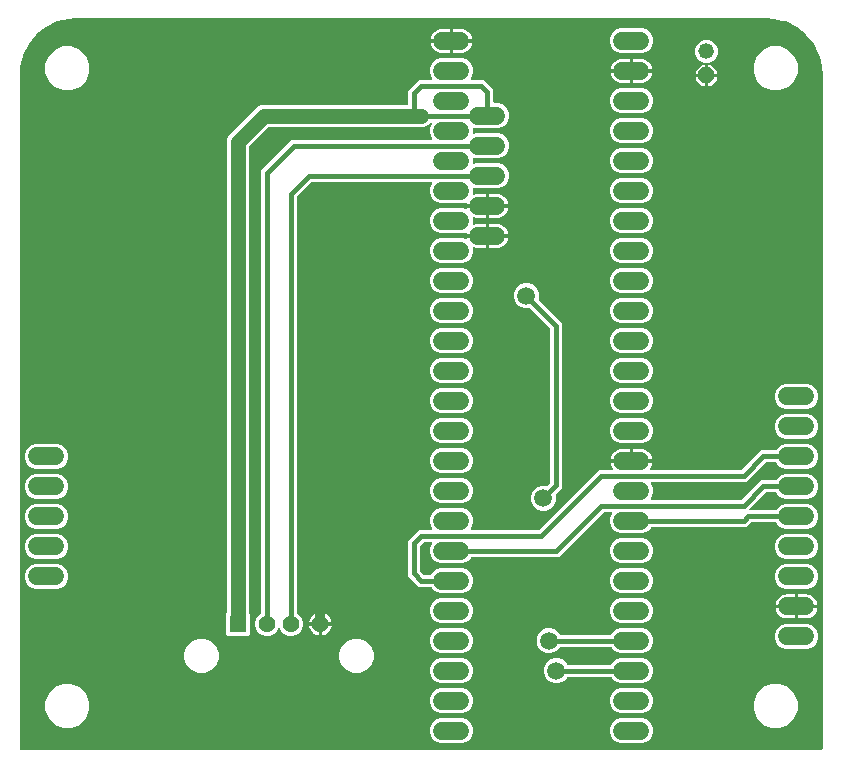
<source format=gbr>
G04 EAGLE Gerber RS-274X export*
G75*
%MOMM*%
%FSLAX34Y34*%
%LPD*%
%INBottom Copper*%
%IPPOS*%
%AMOC8*
5,1,8,0,0,1.08239X$1,22.5*%
G01*
%ADD10P,1.429621X8X292.500000*%
%ADD11C,1.320800*%
%ADD12C,1.524000*%
%ADD13R,1.428000X1.428000*%
%ADD14C,1.428000*%
%ADD15C,1.500000*%
%ADD16C,0.812800*%
%ADD17C,0.406400*%
%ADD18C,1.270000*%

G36*
X681810Y3052D02*
X681810Y3052D01*
X681829Y3050D01*
X681931Y3072D01*
X682033Y3088D01*
X682050Y3098D01*
X682070Y3102D01*
X682159Y3155D01*
X682250Y3204D01*
X682264Y3218D01*
X682281Y3228D01*
X682348Y3307D01*
X682420Y3382D01*
X682428Y3400D01*
X682441Y3415D01*
X682480Y3511D01*
X682523Y3605D01*
X682525Y3625D01*
X682533Y3643D01*
X682551Y3810D01*
X682551Y575350D01*
X682549Y575366D01*
X682550Y575393D01*
X682260Y580564D01*
X682253Y580596D01*
X682242Y580691D01*
X679940Y590775D01*
X679940Y590776D01*
X679940Y590778D01*
X679884Y590936D01*
X675396Y600255D01*
X675395Y600256D01*
X675395Y600257D01*
X675305Y600399D01*
X668856Y608486D01*
X668855Y608487D01*
X668855Y608488D01*
X668736Y608606D01*
X660649Y615055D01*
X660648Y615056D01*
X660647Y615057D01*
X660505Y615146D01*
X651186Y619634D01*
X651184Y619634D01*
X651183Y619635D01*
X651025Y619690D01*
X647898Y620404D01*
X647897Y620404D01*
X644562Y621165D01*
X641227Y621926D01*
X640941Y621992D01*
X640909Y621994D01*
X640814Y622010D01*
X635643Y622300D01*
X635626Y622298D01*
X635600Y622301D01*
X50000Y622301D01*
X49984Y622299D01*
X49957Y622300D01*
X44786Y622010D01*
X44754Y622003D01*
X44659Y621992D01*
X34575Y619690D01*
X34574Y619690D01*
X34572Y619690D01*
X34414Y619634D01*
X25095Y615146D01*
X25094Y615145D01*
X25093Y615145D01*
X24951Y615055D01*
X16864Y608606D01*
X16863Y608605D01*
X16862Y608605D01*
X16744Y608486D01*
X10295Y600399D01*
X10294Y600398D01*
X10293Y600397D01*
X10204Y600255D01*
X5716Y590936D01*
X5716Y590934D01*
X5715Y590933D01*
X5660Y590775D01*
X3358Y580691D01*
X3356Y580659D01*
X3340Y580564D01*
X3050Y575393D01*
X3052Y575376D01*
X3049Y575350D01*
X3049Y3810D01*
X3052Y3790D01*
X3050Y3771D01*
X3072Y3669D01*
X3088Y3567D01*
X3098Y3550D01*
X3102Y3530D01*
X3155Y3441D01*
X3204Y3350D01*
X3218Y3336D01*
X3228Y3319D01*
X3307Y3252D01*
X3382Y3180D01*
X3400Y3172D01*
X3415Y3159D01*
X3511Y3120D01*
X3605Y3077D01*
X3625Y3075D01*
X3643Y3067D01*
X3810Y3049D01*
X681790Y3049D01*
X681810Y3052D01*
G37*
%LPC*%
G36*
X178847Y99361D02*
X178847Y99361D01*
X177061Y101147D01*
X177061Y117953D01*
X177628Y118520D01*
X177681Y118594D01*
X177741Y118663D01*
X177753Y118693D01*
X177772Y118720D01*
X177799Y118806D01*
X177833Y118891D01*
X177837Y118932D01*
X177844Y118955D01*
X177843Y118987D01*
X177851Y119058D01*
X177851Y519320D01*
X179282Y522774D01*
X204226Y547718D01*
X207680Y549149D01*
X330708Y549149D01*
X330728Y549152D01*
X330747Y549150D01*
X330849Y549172D01*
X330951Y549188D01*
X330968Y549198D01*
X330988Y549202D01*
X331077Y549255D01*
X331168Y549304D01*
X331182Y549318D01*
X331199Y549328D01*
X331266Y549407D01*
X331338Y549482D01*
X331346Y549500D01*
X331359Y549515D01*
X331398Y549611D01*
X331441Y549705D01*
X331443Y549725D01*
X331451Y549743D01*
X331469Y549910D01*
X331469Y560905D01*
X340795Y570231D01*
X351374Y570231D01*
X351444Y570242D01*
X351516Y570244D01*
X351565Y570262D01*
X351616Y570270D01*
X351680Y570304D01*
X351747Y570329D01*
X351788Y570361D01*
X351834Y570386D01*
X351883Y570437D01*
X351939Y570482D01*
X351967Y570526D01*
X352003Y570564D01*
X352033Y570629D01*
X352072Y570689D01*
X352085Y570740D01*
X352107Y570787D01*
X352115Y570858D01*
X352132Y570928D01*
X352128Y570980D01*
X352134Y571031D01*
X352119Y571102D01*
X352113Y571173D01*
X352093Y571221D01*
X352082Y571272D01*
X352045Y571333D01*
X352017Y571399D01*
X351972Y571455D01*
X351955Y571483D01*
X351938Y571498D01*
X351912Y571530D01*
X351635Y571807D01*
X350011Y575728D01*
X350011Y579972D01*
X351635Y583893D01*
X354637Y586895D01*
X358558Y588519D01*
X378042Y588519D01*
X381963Y586895D01*
X384965Y583893D01*
X386589Y579972D01*
X386589Y575728D01*
X384965Y571807D01*
X384688Y571530D01*
X384646Y571472D01*
X384597Y571420D01*
X384575Y571373D01*
X384545Y571331D01*
X384524Y571262D01*
X384493Y571197D01*
X384488Y571145D01*
X384472Y571095D01*
X384474Y571024D01*
X384466Y570953D01*
X384477Y570902D01*
X384479Y570850D01*
X384503Y570782D01*
X384518Y570712D01*
X384545Y570667D01*
X384563Y570619D01*
X384608Y570563D01*
X384645Y570501D01*
X384684Y570467D01*
X384717Y570427D01*
X384777Y570388D01*
X384832Y570341D01*
X384880Y570322D01*
X384924Y570294D01*
X384993Y570276D01*
X385060Y570249D01*
X385131Y570241D01*
X385162Y570233D01*
X385185Y570235D01*
X385226Y570231D01*
X395805Y570231D01*
X403881Y562155D01*
X403881Y551180D01*
X403884Y551160D01*
X403882Y551141D01*
X403904Y551039D01*
X403920Y550937D01*
X403930Y550920D01*
X403934Y550900D01*
X403987Y550811D01*
X404036Y550720D01*
X404050Y550706D01*
X404060Y550689D01*
X404139Y550622D01*
X404214Y550550D01*
X404232Y550542D01*
X404247Y550529D01*
X404343Y550490D01*
X404437Y550447D01*
X404457Y550445D01*
X404475Y550437D01*
X404642Y550419D01*
X408542Y550419D01*
X412463Y548795D01*
X415465Y545793D01*
X417089Y541872D01*
X417089Y537628D01*
X415465Y533707D01*
X412463Y530705D01*
X408542Y529081D01*
X389058Y529081D01*
X387641Y529668D01*
X387597Y529679D01*
X387555Y529698D01*
X387478Y529706D01*
X387402Y529724D01*
X387356Y529720D01*
X387311Y529725D01*
X387234Y529708D01*
X387157Y529701D01*
X387115Y529682D01*
X387070Y529673D01*
X387003Y529633D01*
X386932Y529601D01*
X386898Y529570D01*
X386859Y529547D01*
X386808Y529487D01*
X386751Y529435D01*
X386729Y529394D01*
X386699Y529360D01*
X386670Y529287D01*
X386633Y529219D01*
X386624Y529174D01*
X386607Y529131D01*
X386592Y528996D01*
X386589Y528977D01*
X386590Y528972D01*
X386589Y528965D01*
X386589Y525135D01*
X386596Y525090D01*
X386594Y525044D01*
X386616Y524969D01*
X386628Y524893D01*
X386650Y524852D01*
X386663Y524808D01*
X386707Y524744D01*
X386744Y524675D01*
X386777Y524644D01*
X386803Y524606D01*
X386865Y524559D01*
X386922Y524506D01*
X386964Y524486D01*
X387000Y524459D01*
X387074Y524435D01*
X387145Y524402D01*
X387191Y524397D01*
X387234Y524383D01*
X387312Y524384D01*
X387389Y524375D01*
X387434Y524385D01*
X387480Y524385D01*
X387612Y524423D01*
X387630Y524427D01*
X387634Y524430D01*
X387641Y524432D01*
X389058Y525019D01*
X408542Y525019D01*
X412463Y523395D01*
X415465Y520393D01*
X417089Y516472D01*
X417089Y512228D01*
X415465Y508307D01*
X412463Y505305D01*
X408542Y503681D01*
X389058Y503681D01*
X387641Y504268D01*
X387597Y504279D01*
X387555Y504298D01*
X387478Y504306D01*
X387402Y504324D01*
X387356Y504320D01*
X387311Y504325D01*
X387234Y504308D01*
X387157Y504301D01*
X387115Y504282D01*
X387070Y504273D01*
X387003Y504233D01*
X386932Y504201D01*
X386898Y504170D01*
X386859Y504147D01*
X386808Y504087D01*
X386751Y504035D01*
X386729Y503994D01*
X386699Y503960D01*
X386670Y503887D01*
X386633Y503819D01*
X386624Y503774D01*
X386607Y503731D01*
X386592Y503596D01*
X386589Y503577D01*
X386590Y503572D01*
X386589Y503565D01*
X386589Y499735D01*
X386596Y499690D01*
X386594Y499644D01*
X386616Y499569D01*
X386628Y499493D01*
X386650Y499452D01*
X386663Y499408D01*
X386707Y499344D01*
X386744Y499275D01*
X386777Y499244D01*
X386803Y499206D01*
X386865Y499159D01*
X386922Y499106D01*
X386964Y499086D01*
X387000Y499059D01*
X387074Y499035D01*
X387145Y499002D01*
X387191Y498997D01*
X387234Y498983D01*
X387312Y498984D01*
X387389Y498975D01*
X387434Y498985D01*
X387480Y498985D01*
X387612Y499023D01*
X387630Y499027D01*
X387634Y499030D01*
X387641Y499032D01*
X389058Y499619D01*
X408542Y499619D01*
X412463Y497995D01*
X415465Y494993D01*
X417089Y491072D01*
X417089Y486828D01*
X415465Y482907D01*
X412463Y479905D01*
X408542Y478281D01*
X389058Y478281D01*
X387641Y478868D01*
X387597Y478879D01*
X387555Y478898D01*
X387478Y478906D01*
X387402Y478924D01*
X387356Y478920D01*
X387311Y478925D01*
X387234Y478908D01*
X387157Y478901D01*
X387115Y478882D01*
X387070Y478873D01*
X387003Y478833D01*
X386932Y478801D01*
X386898Y478770D01*
X386859Y478747D01*
X386808Y478687D01*
X386751Y478635D01*
X386729Y478594D01*
X386699Y478560D01*
X386670Y478487D01*
X386633Y478419D01*
X386624Y478374D01*
X386607Y478331D01*
X386592Y478196D01*
X386589Y478177D01*
X386590Y478172D01*
X386589Y478165D01*
X386589Y474128D01*
X386557Y474052D01*
X386548Y474011D01*
X386530Y473973D01*
X386520Y473892D01*
X386501Y473812D01*
X386505Y473771D01*
X386500Y473729D01*
X386517Y473649D01*
X386524Y473568D01*
X386541Y473529D01*
X386550Y473488D01*
X386591Y473418D01*
X386624Y473343D01*
X386653Y473312D01*
X386674Y473276D01*
X386735Y473222D01*
X386791Y473162D01*
X386827Y473141D01*
X386859Y473114D01*
X386935Y473082D01*
X387006Y473043D01*
X387047Y473036D01*
X387086Y473020D01*
X387168Y473014D01*
X387248Y472999D01*
X387290Y473005D01*
X387332Y473003D01*
X387483Y473034D01*
X387491Y473035D01*
X387493Y473036D01*
X387496Y473037D01*
X388801Y473461D01*
X390380Y473711D01*
X397277Y473711D01*
X397277Y465073D01*
X381134Y465073D01*
X381224Y465645D01*
X381224Y465750D01*
X381228Y465855D01*
X381223Y465873D01*
X381223Y465891D01*
X381189Y465990D01*
X381160Y466091D01*
X381149Y466106D01*
X381144Y466124D01*
X381079Y466207D01*
X381020Y466293D01*
X381005Y466304D01*
X380994Y466319D01*
X380906Y466378D01*
X380822Y466440D01*
X380805Y466446D01*
X380790Y466456D01*
X380688Y466484D01*
X380588Y466516D01*
X380570Y466516D01*
X380552Y466521D01*
X380448Y466515D01*
X380342Y466514D01*
X380321Y466508D01*
X380307Y466507D01*
X380278Y466495D01*
X380181Y466467D01*
X378042Y465581D01*
X358558Y465581D01*
X354637Y467205D01*
X351635Y470207D01*
X350011Y474128D01*
X350011Y478372D01*
X351635Y482293D01*
X351912Y482570D01*
X351954Y482628D01*
X352003Y482680D01*
X352025Y482727D01*
X352055Y482769D01*
X352076Y482838D01*
X352107Y482903D01*
X352112Y482955D01*
X352128Y483005D01*
X352126Y483076D01*
X352134Y483147D01*
X352123Y483198D01*
X352121Y483250D01*
X352097Y483318D01*
X352082Y483388D01*
X352055Y483433D01*
X352037Y483481D01*
X351992Y483537D01*
X351955Y483599D01*
X351916Y483633D01*
X351883Y483673D01*
X351823Y483712D01*
X351768Y483759D01*
X351720Y483778D01*
X351676Y483806D01*
X351607Y483824D01*
X351540Y483851D01*
X351469Y483859D01*
X351438Y483867D01*
X351415Y483865D01*
X351374Y483869D01*
X250070Y483869D01*
X249980Y483855D01*
X249889Y483847D01*
X249859Y483835D01*
X249827Y483830D01*
X249746Y483787D01*
X249663Y483751D01*
X249630Y483725D01*
X249610Y483714D01*
X249588Y483691D01*
X249532Y483646D01*
X237554Y471668D01*
X237501Y471595D01*
X237441Y471525D01*
X237429Y471495D01*
X237410Y471469D01*
X237383Y471382D01*
X237349Y471297D01*
X237345Y471256D01*
X237338Y471234D01*
X237339Y471201D01*
X237331Y471130D01*
X237331Y118982D01*
X237350Y118867D01*
X237367Y118751D01*
X237369Y118746D01*
X237370Y118740D01*
X237425Y118637D01*
X237478Y118532D01*
X237483Y118528D01*
X237486Y118522D01*
X237570Y118442D01*
X237654Y118360D01*
X237660Y118356D01*
X237664Y118353D01*
X237681Y118345D01*
X237801Y118279D01*
X238021Y118188D01*
X240888Y115321D01*
X242439Y111577D01*
X242439Y107523D01*
X240888Y103779D01*
X238021Y100912D01*
X234277Y99361D01*
X230223Y99361D01*
X226479Y100912D01*
X223612Y103779D01*
X222953Y105370D01*
X222915Y105431D01*
X222886Y105496D01*
X222851Y105535D01*
X222824Y105579D01*
X222768Y105625D01*
X222720Y105677D01*
X222674Y105702D01*
X222634Y105736D01*
X222567Y105761D01*
X222504Y105796D01*
X222453Y105805D01*
X222405Y105824D01*
X222333Y105827D01*
X222262Y105840D01*
X222211Y105832D01*
X222159Y105834D01*
X222090Y105814D01*
X222019Y105804D01*
X221973Y105780D01*
X221923Y105766D01*
X221864Y105725D01*
X221800Y105692D01*
X221763Y105655D01*
X221721Y105625D01*
X221678Y105568D01*
X221628Y105517D01*
X221593Y105454D01*
X221574Y105428D01*
X221567Y105406D01*
X221547Y105370D01*
X220888Y103779D01*
X218021Y100912D01*
X214277Y99361D01*
X210223Y99361D01*
X206479Y100912D01*
X203612Y103779D01*
X202061Y107523D01*
X202061Y111577D01*
X203612Y115321D01*
X206479Y118188D01*
X206699Y118279D01*
X206798Y118340D01*
X206899Y118401D01*
X206903Y118405D01*
X206908Y118409D01*
X206983Y118499D01*
X207059Y118587D01*
X207061Y118593D01*
X207065Y118598D01*
X207107Y118706D01*
X207151Y118816D01*
X207152Y118823D01*
X207153Y118828D01*
X207154Y118846D01*
X207169Y118982D01*
X207169Y493755D01*
X232845Y519431D01*
X351374Y519431D01*
X351444Y519442D01*
X351516Y519444D01*
X351565Y519462D01*
X351616Y519470D01*
X351680Y519504D01*
X351747Y519529D01*
X351788Y519561D01*
X351834Y519586D01*
X351883Y519637D01*
X351939Y519682D01*
X351967Y519726D01*
X352003Y519764D01*
X352033Y519829D01*
X352072Y519889D01*
X352085Y519940D01*
X352107Y519987D01*
X352115Y520058D01*
X352132Y520128D01*
X352128Y520180D01*
X352134Y520231D01*
X352119Y520302D01*
X352113Y520373D01*
X352093Y520421D01*
X352082Y520472D01*
X352045Y520533D01*
X352017Y520599D01*
X351972Y520655D01*
X351955Y520683D01*
X351938Y520698D01*
X351912Y520730D01*
X351635Y521007D01*
X350011Y524928D01*
X350011Y529172D01*
X351656Y533143D01*
X351678Y533238D01*
X351707Y533331D01*
X351706Y533357D01*
X351712Y533383D01*
X351703Y533479D01*
X351701Y533577D01*
X351692Y533601D01*
X351689Y533627D01*
X351650Y533716D01*
X351616Y533808D01*
X351600Y533828D01*
X351589Y533852D01*
X351523Y533924D01*
X351462Y534000D01*
X351440Y534014D01*
X351423Y534033D01*
X351337Y534080D01*
X351256Y534133D01*
X351230Y534139D01*
X351207Y534152D01*
X351111Y534169D01*
X351017Y534193D01*
X350991Y534191D01*
X350965Y534196D01*
X350869Y534181D01*
X350772Y534174D01*
X350748Y534164D01*
X350722Y534160D01*
X350635Y534116D01*
X350545Y534077D01*
X350520Y534057D01*
X350503Y534048D01*
X350479Y534025D01*
X350414Y533973D01*
X348224Y531782D01*
X344770Y530351D01*
X213758Y530351D01*
X213668Y530337D01*
X213577Y530329D01*
X213548Y530317D01*
X213516Y530312D01*
X213435Y530269D01*
X213351Y530233D01*
X213319Y530207D01*
X213298Y530196D01*
X213276Y530173D01*
X213220Y530128D01*
X196872Y513780D01*
X196819Y513706D01*
X196759Y513636D01*
X196747Y513606D01*
X196728Y513580D01*
X196701Y513493D01*
X196667Y513408D01*
X196663Y513367D01*
X196656Y513345D01*
X196657Y513313D01*
X196649Y513242D01*
X196649Y119058D01*
X196663Y118968D01*
X196671Y118877D01*
X196683Y118847D01*
X196688Y118815D01*
X196731Y118735D01*
X196767Y118651D01*
X196793Y118619D01*
X196804Y118598D01*
X196827Y118576D01*
X196872Y118520D01*
X197439Y117953D01*
X197439Y101147D01*
X195653Y99361D01*
X178847Y99361D01*
G37*
%LPD*%
%LPC*%
G36*
X358558Y135381D02*
X358558Y135381D01*
X354637Y137005D01*
X351635Y140007D01*
X351431Y140499D01*
X351370Y140598D01*
X351310Y140699D01*
X351305Y140703D01*
X351302Y140708D01*
X351212Y140782D01*
X351123Y140859D01*
X351117Y140861D01*
X351112Y140865D01*
X351005Y140907D01*
X350895Y140951D01*
X350887Y140952D01*
X350883Y140953D01*
X350864Y140954D01*
X350728Y140969D01*
X340795Y140969D01*
X337596Y144168D01*
X334668Y147096D01*
X331469Y150295D01*
X331469Y179905D01*
X337596Y186032D01*
X340795Y189231D01*
X351374Y189231D01*
X351444Y189242D01*
X351516Y189244D01*
X351565Y189262D01*
X351616Y189270D01*
X351680Y189304D01*
X351747Y189329D01*
X351788Y189361D01*
X351834Y189386D01*
X351883Y189437D01*
X351939Y189482D01*
X351967Y189526D01*
X352003Y189564D01*
X352033Y189629D01*
X352072Y189689D01*
X352085Y189740D01*
X352107Y189787D01*
X352115Y189858D01*
X352132Y189928D01*
X352128Y189980D01*
X352134Y190031D01*
X352119Y190102D01*
X352113Y190173D01*
X352093Y190221D01*
X352082Y190272D01*
X352045Y190333D01*
X352017Y190399D01*
X351972Y190455D01*
X351955Y190483D01*
X351938Y190498D01*
X351912Y190530D01*
X351635Y190807D01*
X350011Y194728D01*
X350011Y198972D01*
X351635Y202893D01*
X354637Y205895D01*
X358558Y207519D01*
X378042Y207519D01*
X381963Y205895D01*
X384965Y202893D01*
X386589Y198972D01*
X386589Y194728D01*
X384965Y190807D01*
X384688Y190530D01*
X384646Y190472D01*
X384597Y190420D01*
X384575Y190373D01*
X384545Y190331D01*
X384524Y190262D01*
X384493Y190197D01*
X384488Y190145D01*
X384472Y190095D01*
X384474Y190024D01*
X384466Y189953D01*
X384477Y189902D01*
X384479Y189850D01*
X384503Y189782D01*
X384518Y189712D01*
X384545Y189667D01*
X384563Y189619D01*
X384608Y189563D01*
X384645Y189501D01*
X384684Y189467D01*
X384717Y189427D01*
X384777Y189388D01*
X384832Y189341D01*
X384880Y189322D01*
X384924Y189294D01*
X384993Y189276D01*
X385060Y189249D01*
X385131Y189241D01*
X385162Y189233D01*
X385185Y189235D01*
X385226Y189231D01*
X442080Y189231D01*
X442170Y189245D01*
X442261Y189253D01*
X442291Y189265D01*
X442323Y189270D01*
X442404Y189313D01*
X442488Y189349D01*
X442520Y189375D01*
X442540Y189386D01*
X442563Y189409D01*
X442618Y189454D01*
X489996Y236832D01*
X493195Y240031D01*
X504562Y240031D01*
X504574Y240033D01*
X504586Y240031D01*
X504695Y240052D01*
X504805Y240070D01*
X504816Y240076D01*
X504827Y240078D01*
X504924Y240134D01*
X505022Y240186D01*
X505031Y240194D01*
X505041Y240200D01*
X505115Y240283D01*
X505192Y240364D01*
X505197Y240375D01*
X505205Y240384D01*
X505249Y240486D01*
X505295Y240587D01*
X505297Y240599D01*
X505302Y240610D01*
X505310Y240721D01*
X505323Y240831D01*
X505320Y240843D01*
X505321Y240855D01*
X505294Y240963D01*
X505270Y241072D01*
X505264Y241082D01*
X505261Y241094D01*
X505178Y241239D01*
X504390Y242325D01*
X503664Y243750D01*
X503169Y245271D01*
X503034Y246127D01*
X519938Y246127D01*
X519958Y246130D01*
X519977Y246128D01*
X520079Y246150D01*
X520181Y246167D01*
X520198Y246176D01*
X520218Y246180D01*
X520307Y246233D01*
X520398Y246282D01*
X520412Y246296D01*
X520429Y246306D01*
X520496Y246385D01*
X520567Y246460D01*
X520576Y246478D01*
X520589Y246493D01*
X520627Y246589D01*
X520671Y246683D01*
X520673Y246703D01*
X520681Y246721D01*
X520699Y246888D01*
X520699Y247651D01*
X520701Y247651D01*
X520701Y246888D01*
X520704Y246868D01*
X520702Y246849D01*
X520724Y246747D01*
X520741Y246645D01*
X520750Y246628D01*
X520754Y246608D01*
X520807Y246519D01*
X520856Y246428D01*
X520870Y246414D01*
X520880Y246397D01*
X520959Y246330D01*
X521034Y246259D01*
X521052Y246250D01*
X521067Y246237D01*
X521163Y246198D01*
X521257Y246155D01*
X521277Y246153D01*
X521295Y246145D01*
X521462Y246127D01*
X538366Y246127D01*
X538231Y245271D01*
X537736Y243750D01*
X537010Y242325D01*
X536222Y241239D01*
X536216Y241229D01*
X536208Y241220D01*
X536161Y241119D01*
X536111Y241020D01*
X536110Y241008D01*
X536105Y240997D01*
X536092Y240886D01*
X536077Y240776D01*
X536079Y240764D01*
X536077Y240753D01*
X536101Y240644D01*
X536121Y240534D01*
X536127Y240524D01*
X536130Y240512D01*
X536187Y240416D01*
X536241Y240319D01*
X536250Y240311D01*
X536256Y240301D01*
X536341Y240229D01*
X536423Y240154D01*
X536434Y240149D01*
X536443Y240141D01*
X536546Y240099D01*
X536648Y240055D01*
X536660Y240054D01*
X536671Y240049D01*
X536838Y240031D01*
X613530Y240031D01*
X613620Y240045D01*
X613711Y240053D01*
X613741Y240065D01*
X613773Y240070D01*
X613854Y240113D01*
X613937Y240149D01*
X613970Y240175D01*
X613990Y240186D01*
X614012Y240209D01*
X614068Y240254D01*
X630195Y256381D01*
X642828Y256381D01*
X642943Y256399D01*
X643059Y256417D01*
X643065Y256419D01*
X643071Y256420D01*
X643174Y256475D01*
X643278Y256528D01*
X643283Y256533D01*
X643288Y256536D01*
X643369Y256620D01*
X643451Y256704D01*
X643454Y256710D01*
X643458Y256714D01*
X643466Y256731D01*
X643531Y256851D01*
X643735Y257343D01*
X646737Y260345D01*
X650658Y261969D01*
X670142Y261969D01*
X674063Y260345D01*
X677065Y257343D01*
X678689Y253422D01*
X678689Y249178D01*
X677065Y245257D01*
X674063Y242255D01*
X670142Y240631D01*
X650658Y240631D01*
X646737Y242255D01*
X643735Y245257D01*
X643531Y245749D01*
X643470Y245848D01*
X643410Y245949D01*
X643405Y245953D01*
X643402Y245958D01*
X643312Y246032D01*
X643223Y246109D01*
X643217Y246111D01*
X643212Y246115D01*
X643105Y246156D01*
X642995Y246201D01*
X642987Y246202D01*
X642983Y246203D01*
X642964Y246204D01*
X642828Y246219D01*
X634720Y246219D01*
X634630Y246205D01*
X634539Y246197D01*
X634509Y246185D01*
X634477Y246180D01*
X634396Y246137D01*
X634313Y246101D01*
X634280Y246075D01*
X634260Y246064D01*
X634238Y246041D01*
X634182Y245996D01*
X618055Y229869D01*
X537626Y229869D01*
X537556Y229858D01*
X537484Y229856D01*
X537435Y229838D01*
X537384Y229830D01*
X537320Y229796D01*
X537253Y229771D01*
X537212Y229739D01*
X537166Y229714D01*
X537117Y229663D01*
X537061Y229618D01*
X537033Y229574D01*
X536997Y229536D01*
X536967Y229471D01*
X536928Y229411D01*
X536915Y229360D01*
X536893Y229313D01*
X536885Y229242D01*
X536868Y229172D01*
X536872Y229120D01*
X536866Y229069D01*
X536881Y228998D01*
X536887Y228927D01*
X536907Y228879D01*
X536918Y228828D01*
X536955Y228767D01*
X536983Y228701D01*
X537028Y228645D01*
X537045Y228617D01*
X537062Y228602D01*
X537088Y228570D01*
X537365Y228293D01*
X538989Y224372D01*
X538989Y220128D01*
X537365Y216207D01*
X537088Y215930D01*
X537046Y215872D01*
X536997Y215820D01*
X536975Y215773D01*
X536945Y215731D01*
X536924Y215662D01*
X536893Y215597D01*
X536888Y215545D01*
X536872Y215495D01*
X536874Y215424D01*
X536866Y215353D01*
X536877Y215302D01*
X536879Y215250D01*
X536903Y215182D01*
X536918Y215112D01*
X536945Y215067D01*
X536963Y215019D01*
X537008Y214963D01*
X537045Y214901D01*
X537084Y214867D01*
X537117Y214827D01*
X537177Y214788D01*
X537232Y214741D01*
X537280Y214722D01*
X537324Y214694D01*
X537393Y214676D01*
X537460Y214649D01*
X537531Y214641D01*
X537562Y214633D01*
X537585Y214635D01*
X537626Y214631D01*
X613530Y214631D01*
X613620Y214645D01*
X613711Y214653D01*
X613741Y214665D01*
X613773Y214670D01*
X613854Y214713D01*
X613937Y214749D01*
X613970Y214775D01*
X613990Y214786D01*
X614012Y214809D01*
X614068Y214854D01*
X630195Y230981D01*
X642828Y230981D01*
X642943Y231000D01*
X643059Y231017D01*
X643065Y231019D01*
X643071Y231020D01*
X643173Y231075D01*
X643278Y231128D01*
X643283Y231133D01*
X643288Y231136D01*
X643368Y231220D01*
X643451Y231304D01*
X643454Y231310D01*
X643458Y231314D01*
X643465Y231331D01*
X643531Y231451D01*
X643735Y231943D01*
X646737Y234945D01*
X650658Y236569D01*
X670142Y236569D01*
X674063Y234945D01*
X677065Y231943D01*
X678689Y228022D01*
X678689Y223778D01*
X677065Y219857D01*
X674063Y216855D01*
X670142Y215231D01*
X650658Y215231D01*
X646737Y216855D01*
X643735Y219857D01*
X643531Y220349D01*
X643470Y220449D01*
X643410Y220549D01*
X643405Y220553D01*
X643402Y220558D01*
X643312Y220633D01*
X643223Y220709D01*
X643217Y220711D01*
X643212Y220715D01*
X643104Y220757D01*
X642995Y220801D01*
X642987Y220802D01*
X642983Y220803D01*
X642964Y220804D01*
X642828Y220819D01*
X634720Y220819D01*
X634630Y220805D01*
X634539Y220797D01*
X634509Y220785D01*
X634477Y220780D01*
X634396Y220737D01*
X634313Y220701D01*
X634280Y220675D01*
X634260Y220664D01*
X634238Y220641D01*
X634182Y220596D01*
X620465Y206880D01*
X620424Y206822D01*
X620374Y206770D01*
X620352Y206723D01*
X620322Y206681D01*
X620301Y206612D01*
X620271Y206547D01*
X620265Y206495D01*
X620250Y206445D01*
X620251Y206374D01*
X620244Y206303D01*
X620255Y206252D01*
X620256Y206200D01*
X620281Y206132D01*
X620296Y206062D01*
X620323Y206017D01*
X620340Y205969D01*
X620385Y205913D01*
X620422Y205851D01*
X620462Y205817D01*
X620494Y205777D01*
X620554Y205738D01*
X620609Y205691D01*
X620657Y205672D01*
X620701Y205644D01*
X620770Y205626D01*
X620837Y205599D01*
X620908Y205591D01*
X620940Y205583D01*
X620963Y205585D01*
X621004Y205581D01*
X642828Y205581D01*
X642943Y205600D01*
X643059Y205617D01*
X643065Y205619D01*
X643071Y205620D01*
X643173Y205675D01*
X643278Y205728D01*
X643283Y205733D01*
X643288Y205736D01*
X643368Y205820D01*
X643451Y205904D01*
X643454Y205910D01*
X643458Y205914D01*
X643465Y205931D01*
X643531Y206051D01*
X643735Y206543D01*
X646737Y209545D01*
X650658Y211169D01*
X670142Y211169D01*
X674063Y209545D01*
X677065Y206543D01*
X678689Y202622D01*
X678689Y198378D01*
X677065Y194457D01*
X674063Y191455D01*
X670142Y189831D01*
X650658Y189831D01*
X646737Y191455D01*
X643735Y194457D01*
X643531Y194949D01*
X643470Y195049D01*
X643410Y195149D01*
X643405Y195153D01*
X643402Y195158D01*
X643312Y195233D01*
X643223Y195309D01*
X643217Y195311D01*
X643212Y195315D01*
X643104Y195357D01*
X642995Y195401D01*
X642987Y195402D01*
X642983Y195403D01*
X642964Y195404D01*
X642828Y195419D01*
X622020Y195419D01*
X621930Y195405D01*
X621839Y195397D01*
X621809Y195385D01*
X621777Y195380D01*
X621696Y195337D01*
X621613Y195301D01*
X621580Y195275D01*
X621560Y195264D01*
X621538Y195241D01*
X621482Y195196D01*
X618055Y191769D01*
X538272Y191769D01*
X538157Y191751D01*
X538041Y191733D01*
X538035Y191731D01*
X538029Y191730D01*
X537926Y191675D01*
X537822Y191622D01*
X537817Y191617D01*
X537812Y191614D01*
X537731Y191530D01*
X537649Y191446D01*
X537646Y191440D01*
X537642Y191436D01*
X537634Y191419D01*
X537569Y191299D01*
X537365Y190807D01*
X534363Y187805D01*
X530442Y186181D01*
X510958Y186181D01*
X507037Y187805D01*
X504035Y190807D01*
X502411Y194728D01*
X502411Y198972D01*
X504035Y202893D01*
X504312Y203170D01*
X504354Y203228D01*
X504403Y203280D01*
X504425Y203327D01*
X504455Y203369D01*
X504476Y203438D01*
X504507Y203503D01*
X504512Y203555D01*
X504528Y203605D01*
X504526Y203676D01*
X504534Y203747D01*
X504523Y203798D01*
X504521Y203850D01*
X504497Y203918D01*
X504482Y203988D01*
X504455Y204033D01*
X504437Y204081D01*
X504392Y204137D01*
X504355Y204199D01*
X504316Y204233D01*
X504283Y204273D01*
X504223Y204312D01*
X504168Y204359D01*
X504120Y204378D01*
X504076Y204406D01*
X504007Y204424D01*
X503940Y204451D01*
X503869Y204459D01*
X503838Y204467D01*
X503815Y204465D01*
X503774Y204469D01*
X497720Y204469D01*
X497630Y204455D01*
X497539Y204447D01*
X497509Y204435D01*
X497477Y204430D01*
X497396Y204387D01*
X497313Y204351D01*
X497280Y204325D01*
X497260Y204314D01*
X497238Y204291D01*
X497182Y204246D01*
X459305Y166369D01*
X385872Y166369D01*
X385757Y166350D01*
X385641Y166333D01*
X385635Y166331D01*
X385629Y166330D01*
X385527Y166275D01*
X385422Y166222D01*
X385417Y166217D01*
X385412Y166214D01*
X385332Y166130D01*
X385249Y166046D01*
X385246Y166040D01*
X385242Y166036D01*
X385235Y166019D01*
X385169Y165899D01*
X384965Y165407D01*
X381963Y162405D01*
X378042Y160781D01*
X358558Y160781D01*
X354637Y162405D01*
X351635Y165407D01*
X350011Y169328D01*
X350011Y173572D01*
X351635Y177493D01*
X351912Y177770D01*
X351954Y177828D01*
X352003Y177880D01*
X352025Y177927D01*
X352055Y177969D01*
X352076Y178038D01*
X352107Y178103D01*
X352112Y178155D01*
X352128Y178205D01*
X352126Y178276D01*
X352134Y178347D01*
X352123Y178398D01*
X352121Y178450D01*
X352097Y178518D01*
X352082Y178588D01*
X352055Y178633D01*
X352037Y178681D01*
X351992Y178737D01*
X351955Y178799D01*
X351916Y178833D01*
X351883Y178873D01*
X351823Y178912D01*
X351768Y178959D01*
X351720Y178978D01*
X351676Y179006D01*
X351607Y179024D01*
X351540Y179051D01*
X351469Y179059D01*
X351438Y179067D01*
X351415Y179065D01*
X351374Y179069D01*
X345320Y179069D01*
X345230Y179055D01*
X345139Y179047D01*
X345109Y179035D01*
X345077Y179030D01*
X344996Y178987D01*
X344912Y178951D01*
X344880Y178925D01*
X344860Y178914D01*
X344838Y178891D01*
X344782Y178846D01*
X341854Y175918D01*
X341801Y175844D01*
X341741Y175775D01*
X341729Y175745D01*
X341710Y175719D01*
X341683Y175632D01*
X341649Y175547D01*
X341645Y175506D01*
X341638Y175484D01*
X341639Y175451D01*
X341631Y175380D01*
X341631Y154820D01*
X341645Y154730D01*
X341653Y154639D01*
X341665Y154609D01*
X341670Y154577D01*
X341713Y154496D01*
X341749Y154412D01*
X341775Y154380D01*
X341786Y154360D01*
X341809Y154337D01*
X341854Y154282D01*
X344782Y151354D01*
X344855Y151301D01*
X344925Y151241D01*
X344955Y151229D01*
X344981Y151210D01*
X345068Y151183D01*
X345153Y151149D01*
X345194Y151145D01*
X345216Y151138D01*
X345249Y151139D01*
X345320Y151131D01*
X350728Y151131D01*
X350843Y151149D01*
X350959Y151167D01*
X350965Y151169D01*
X350971Y151170D01*
X351074Y151225D01*
X351178Y151278D01*
X351183Y151283D01*
X351188Y151286D01*
X351269Y151370D01*
X351351Y151454D01*
X351354Y151460D01*
X351358Y151464D01*
X351366Y151481D01*
X351431Y151601D01*
X351635Y152093D01*
X354637Y155095D01*
X358558Y156719D01*
X378042Y156719D01*
X381963Y155095D01*
X384965Y152093D01*
X386589Y148172D01*
X386589Y143928D01*
X384965Y140007D01*
X381963Y137005D01*
X378042Y135381D01*
X358558Y135381D01*
G37*
%LPD*%
%LPC*%
G36*
X444046Y205351D02*
X444046Y205351D01*
X440169Y206957D01*
X437201Y209925D01*
X435595Y213802D01*
X435595Y217998D01*
X437201Y221875D01*
X440169Y224843D01*
X444046Y226449D01*
X448242Y226449D01*
X448667Y226273D01*
X448781Y226246D01*
X448894Y226218D01*
X448900Y226218D01*
X448906Y226217D01*
X449023Y226228D01*
X449139Y226237D01*
X449145Y226239D01*
X449151Y226240D01*
X449258Y226287D01*
X449366Y226333D01*
X449371Y226338D01*
X449376Y226340D01*
X449390Y226352D01*
X449497Y226438D01*
X451896Y228838D01*
X451949Y228911D01*
X452009Y228981D01*
X452021Y229011D01*
X452040Y229037D01*
X452067Y229124D01*
X452101Y229209D01*
X452105Y229250D01*
X452112Y229272D01*
X452111Y229305D01*
X452119Y229376D01*
X452119Y359530D01*
X452105Y359620D01*
X452097Y359711D01*
X452085Y359741D01*
X452080Y359773D01*
X452037Y359854D01*
X452001Y359937D01*
X451975Y359970D01*
X451964Y359990D01*
X451941Y360012D01*
X451896Y360068D01*
X435153Y376812D01*
X435058Y376880D01*
X434964Y376950D01*
X434958Y376952D01*
X434953Y376956D01*
X434841Y376990D01*
X434730Y377026D01*
X434724Y377026D01*
X434718Y377028D01*
X434601Y377025D01*
X434484Y377024D01*
X434477Y377022D01*
X434472Y377022D01*
X434454Y377015D01*
X434323Y376977D01*
X433898Y376801D01*
X429702Y376801D01*
X425825Y378407D01*
X422857Y381375D01*
X421251Y385252D01*
X421251Y389448D01*
X422857Y393325D01*
X425825Y396293D01*
X429702Y397899D01*
X433898Y397899D01*
X437775Y396293D01*
X440743Y393325D01*
X442349Y389448D01*
X442349Y385252D01*
X442173Y384827D01*
X442146Y384713D01*
X442118Y384600D01*
X442118Y384594D01*
X442117Y384588D01*
X442128Y384471D01*
X442137Y384355D01*
X442139Y384349D01*
X442140Y384343D01*
X442187Y384236D01*
X442233Y384128D01*
X442238Y384123D01*
X442240Y384118D01*
X442252Y384104D01*
X442338Y383997D01*
X462281Y364055D01*
X462281Y224851D01*
X456682Y219253D01*
X456614Y219158D01*
X456544Y219064D01*
X456542Y219058D01*
X456538Y219053D01*
X456504Y218941D01*
X456468Y218830D01*
X456468Y218824D01*
X456466Y218818D01*
X456469Y218701D01*
X456470Y218584D01*
X456472Y218577D01*
X456472Y218572D01*
X456479Y218554D01*
X456517Y218423D01*
X456693Y217998D01*
X456693Y213802D01*
X455087Y209925D01*
X452119Y206957D01*
X448242Y205351D01*
X444046Y205351D01*
G37*
%LPD*%
%LPC*%
G36*
X510958Y84581D02*
X510958Y84581D01*
X507037Y86205D01*
X504035Y89207D01*
X503831Y89699D01*
X503770Y89798D01*
X503710Y89899D01*
X503705Y89903D01*
X503702Y89908D01*
X503612Y89982D01*
X503523Y90059D01*
X503517Y90061D01*
X503512Y90065D01*
X503405Y90107D01*
X503295Y90151D01*
X503287Y90152D01*
X503283Y90153D01*
X503264Y90154D01*
X503128Y90169D01*
X460672Y90169D01*
X460557Y90150D01*
X460441Y90133D01*
X460435Y90131D01*
X460429Y90130D01*
X460327Y90075D01*
X460222Y90022D01*
X460217Y90017D01*
X460212Y90014D01*
X460132Y89930D01*
X460050Y89846D01*
X460046Y89840D01*
X460043Y89836D01*
X460035Y89819D01*
X459969Y89699D01*
X459793Y89275D01*
X456825Y86307D01*
X452948Y84701D01*
X448752Y84701D01*
X444875Y86307D01*
X441907Y89275D01*
X440301Y93152D01*
X440301Y97348D01*
X441907Y101225D01*
X444875Y104193D01*
X448752Y105799D01*
X452948Y105799D01*
X456825Y104193D01*
X459793Y101225D01*
X459969Y100801D01*
X460030Y100701D01*
X460090Y100601D01*
X460095Y100597D01*
X460098Y100592D01*
X460188Y100517D01*
X460277Y100441D01*
X460283Y100439D01*
X460288Y100435D01*
X460396Y100393D01*
X460505Y100349D01*
X460513Y100348D01*
X460517Y100347D01*
X460536Y100346D01*
X460672Y100331D01*
X503128Y100331D01*
X503243Y100349D01*
X503359Y100367D01*
X503365Y100369D01*
X503371Y100370D01*
X503473Y100425D01*
X503578Y100478D01*
X503583Y100483D01*
X503588Y100486D01*
X503669Y100570D01*
X503751Y100654D01*
X503754Y100660D01*
X503758Y100664D01*
X503766Y100681D01*
X503831Y100801D01*
X504035Y101293D01*
X507037Y104295D01*
X510958Y105919D01*
X530442Y105919D01*
X534363Y104295D01*
X537365Y101293D01*
X538989Y97372D01*
X538989Y93128D01*
X537365Y89207D01*
X534363Y86205D01*
X530442Y84581D01*
X510958Y84581D01*
G37*
%LPD*%
%LPC*%
G36*
X510958Y59181D02*
X510958Y59181D01*
X507037Y60805D01*
X504035Y63807D01*
X503831Y64299D01*
X503770Y64398D01*
X503710Y64499D01*
X503705Y64503D01*
X503702Y64508D01*
X503612Y64582D01*
X503523Y64659D01*
X503517Y64661D01*
X503512Y64665D01*
X503405Y64707D01*
X503295Y64751D01*
X503287Y64752D01*
X503283Y64753D01*
X503264Y64754D01*
X503128Y64769D01*
X467022Y64769D01*
X466907Y64750D01*
X466791Y64733D01*
X466785Y64731D01*
X466779Y64730D01*
X466677Y64675D01*
X466572Y64622D01*
X466567Y64617D01*
X466562Y64614D01*
X466482Y64530D01*
X466400Y64446D01*
X466396Y64440D01*
X466393Y64436D01*
X466385Y64419D01*
X466319Y64299D01*
X466143Y63875D01*
X463175Y60907D01*
X459298Y59301D01*
X455102Y59301D01*
X451225Y60907D01*
X448257Y63875D01*
X446651Y67752D01*
X446651Y71948D01*
X448257Y75825D01*
X451225Y78793D01*
X455102Y80399D01*
X459298Y80399D01*
X463175Y78793D01*
X466143Y75825D01*
X466319Y75401D01*
X466380Y75301D01*
X466440Y75201D01*
X466445Y75197D01*
X466448Y75192D01*
X466538Y75117D01*
X466627Y75041D01*
X466633Y75039D01*
X466638Y75035D01*
X466746Y74993D01*
X466855Y74949D01*
X466863Y74948D01*
X466867Y74947D01*
X466886Y74946D01*
X467022Y74931D01*
X503128Y74931D01*
X503243Y74949D01*
X503359Y74967D01*
X503365Y74969D01*
X503371Y74970D01*
X503474Y75025D01*
X503578Y75078D01*
X503583Y75083D01*
X503588Y75086D01*
X503669Y75170D01*
X503751Y75254D01*
X503754Y75260D01*
X503758Y75264D01*
X503766Y75281D01*
X503831Y75401D01*
X504035Y75893D01*
X507037Y78895D01*
X510958Y80519D01*
X530442Y80519D01*
X534363Y78895D01*
X537365Y75893D01*
X538989Y71972D01*
X538989Y67728D01*
X537365Y63807D01*
X534363Y60805D01*
X530442Y59181D01*
X510958Y59181D01*
G37*
%LPD*%
%LPC*%
G36*
X39210Y21451D02*
X39210Y21451D01*
X32393Y24275D01*
X27175Y29493D01*
X24351Y36310D01*
X24351Y43690D01*
X27175Y50507D01*
X32393Y55725D01*
X39210Y58549D01*
X46590Y58549D01*
X53407Y55725D01*
X58625Y50507D01*
X61449Y43690D01*
X61449Y36310D01*
X58625Y29493D01*
X53407Y24275D01*
X46590Y21451D01*
X39210Y21451D01*
G37*
%LPD*%
%LPC*%
G36*
X639210Y561451D02*
X639210Y561451D01*
X632393Y564275D01*
X627175Y569493D01*
X624351Y576310D01*
X624351Y583690D01*
X627175Y590507D01*
X632393Y595725D01*
X639210Y598549D01*
X646590Y598549D01*
X653407Y595725D01*
X658625Y590507D01*
X661449Y583690D01*
X661449Y576310D01*
X658625Y569493D01*
X653407Y564275D01*
X646590Y561451D01*
X639210Y561451D01*
G37*
%LPD*%
%LPC*%
G36*
X39210Y561451D02*
X39210Y561451D01*
X32393Y564275D01*
X27175Y569493D01*
X24351Y576310D01*
X24351Y583690D01*
X27175Y590507D01*
X32393Y595725D01*
X39210Y598549D01*
X46590Y598549D01*
X53407Y595725D01*
X58625Y590507D01*
X61449Y583690D01*
X61449Y576310D01*
X58625Y569493D01*
X53407Y564275D01*
X46590Y561451D01*
X39210Y561451D01*
G37*
%LPD*%
%LPC*%
G36*
X639210Y21451D02*
X639210Y21451D01*
X632393Y24275D01*
X627175Y29493D01*
X624351Y36310D01*
X624351Y43690D01*
X627175Y50507D01*
X632393Y55725D01*
X639210Y58549D01*
X646590Y58549D01*
X653407Y55725D01*
X658625Y50507D01*
X661449Y43690D01*
X661449Y36310D01*
X658625Y29493D01*
X653407Y24275D01*
X646590Y21451D01*
X639210Y21451D01*
G37*
%LPD*%
%LPC*%
G36*
X381134Y439673D02*
X381134Y439673D01*
X381224Y440245D01*
X381224Y440350D01*
X381228Y440455D01*
X381223Y440473D01*
X381223Y440491D01*
X381189Y440590D01*
X381160Y440691D01*
X381149Y440706D01*
X381144Y440724D01*
X381079Y440807D01*
X381020Y440893D01*
X381005Y440904D01*
X380994Y440919D01*
X380906Y440978D01*
X380822Y441040D01*
X380805Y441046D01*
X380790Y441056D01*
X380688Y441084D01*
X380588Y441116D01*
X380570Y441116D01*
X380552Y441121D01*
X380448Y441115D01*
X380342Y441114D01*
X380321Y441108D01*
X380307Y441107D01*
X380278Y441095D01*
X380181Y441067D01*
X378042Y440181D01*
X358558Y440181D01*
X354637Y441805D01*
X351635Y444807D01*
X350011Y448728D01*
X350011Y452972D01*
X351635Y456893D01*
X354637Y459895D01*
X358558Y461519D01*
X378042Y461519D01*
X380181Y460633D01*
X380284Y460609D01*
X380385Y460580D01*
X380403Y460581D01*
X380421Y460577D01*
X380525Y460586D01*
X380630Y460591D01*
X380647Y460598D01*
X380666Y460600D01*
X380762Y460642D01*
X380860Y460681D01*
X380874Y460692D01*
X380890Y460700D01*
X380968Y460771D01*
X381048Y460838D01*
X381058Y460854D01*
X381071Y460866D01*
X381122Y460958D01*
X381177Y461048D01*
X381181Y461066D01*
X381190Y461082D01*
X381209Y461185D01*
X381232Y461288D01*
X381231Y461310D01*
X381234Y461324D01*
X381229Y461355D01*
X381224Y461455D01*
X381134Y462027D01*
X397277Y462027D01*
X397277Y453389D01*
X390380Y453389D01*
X388801Y453639D01*
X387496Y454063D01*
X387454Y454070D01*
X387415Y454085D01*
X387333Y454088D01*
X387253Y454101D01*
X387211Y454093D01*
X387169Y454095D01*
X387091Y454072D01*
X387010Y454058D01*
X386973Y454038D01*
X386933Y454027D01*
X386866Y453980D01*
X386794Y453941D01*
X386766Y453910D01*
X386731Y453886D01*
X386682Y453821D01*
X386627Y453761D01*
X386609Y453723D01*
X386584Y453689D01*
X386559Y453611D01*
X386525Y453537D01*
X386521Y453495D01*
X386508Y453455D01*
X386509Y453373D01*
X386501Y453292D01*
X386510Y453251D01*
X386511Y453209D01*
X386554Y453061D01*
X386556Y453052D01*
X386557Y453051D01*
X386557Y453048D01*
X386589Y452972D01*
X386589Y448728D01*
X386557Y448652D01*
X386548Y448611D01*
X386544Y448603D01*
X386530Y448573D01*
X386520Y448492D01*
X386501Y448412D01*
X386505Y448371D01*
X386500Y448329D01*
X386517Y448249D01*
X386524Y448168D01*
X386541Y448129D01*
X386550Y448088D01*
X386591Y448017D01*
X386624Y447943D01*
X386653Y447912D01*
X386674Y447876D01*
X386735Y447822D01*
X386791Y447762D01*
X386827Y447741D01*
X386859Y447714D01*
X386934Y447683D01*
X387006Y447643D01*
X387047Y447636D01*
X387086Y447620D01*
X387168Y447614D01*
X387248Y447599D01*
X387290Y447605D01*
X387332Y447603D01*
X387483Y447634D01*
X387491Y447635D01*
X387493Y447636D01*
X387496Y447637D01*
X388801Y448061D01*
X390380Y448311D01*
X397277Y448311D01*
X397277Y439673D01*
X381134Y439673D01*
G37*
%LPD*%
%LPC*%
G36*
X358558Y414781D02*
X358558Y414781D01*
X354637Y416405D01*
X351635Y419407D01*
X350011Y423328D01*
X350011Y427572D01*
X351635Y431493D01*
X354637Y434495D01*
X358558Y436119D01*
X378042Y436119D01*
X380181Y435233D01*
X380284Y435209D01*
X380385Y435180D01*
X380403Y435181D01*
X380421Y435177D01*
X380525Y435186D01*
X380630Y435191D01*
X380647Y435198D01*
X380666Y435200D01*
X380762Y435242D01*
X380860Y435281D01*
X380874Y435292D01*
X380890Y435300D01*
X380968Y435371D01*
X381048Y435438D01*
X381058Y435454D01*
X381071Y435466D01*
X381122Y435558D01*
X381177Y435648D01*
X381181Y435666D01*
X381190Y435682D01*
X381209Y435785D01*
X381232Y435888D01*
X381231Y435910D01*
X381234Y435924D01*
X381229Y435955D01*
X381224Y436055D01*
X381134Y436627D01*
X397277Y436627D01*
X397277Y427989D01*
X390380Y427989D01*
X388801Y428239D01*
X387496Y428663D01*
X387454Y428670D01*
X387415Y428685D01*
X387333Y428688D01*
X387253Y428701D01*
X387211Y428693D01*
X387169Y428695D01*
X387091Y428672D01*
X387010Y428658D01*
X386973Y428638D01*
X386933Y428627D01*
X386866Y428580D01*
X386794Y428541D01*
X386765Y428510D01*
X386731Y428486D01*
X386682Y428421D01*
X386627Y428361D01*
X386609Y428323D01*
X386584Y428289D01*
X386559Y428211D01*
X386525Y428137D01*
X386521Y428095D01*
X386508Y428055D01*
X386509Y427973D01*
X386501Y427892D01*
X386510Y427851D01*
X386511Y427809D01*
X386554Y427661D01*
X386556Y427652D01*
X386557Y427651D01*
X386557Y427648D01*
X386589Y427572D01*
X386589Y423328D01*
X384965Y419407D01*
X381963Y416405D01*
X378042Y414781D01*
X358558Y414781D01*
G37*
%LPD*%
%LPC*%
G36*
X510958Y592581D02*
X510958Y592581D01*
X507037Y594205D01*
X504035Y597207D01*
X502411Y601128D01*
X502411Y605372D01*
X504035Y609293D01*
X507037Y612295D01*
X510958Y613919D01*
X530442Y613919D01*
X534363Y612295D01*
X537365Y609293D01*
X538989Y605372D01*
X538989Y601128D01*
X537365Y597207D01*
X534363Y594205D01*
X530442Y592581D01*
X510958Y592581D01*
G37*
%LPD*%
%LPC*%
G36*
X358558Y211581D02*
X358558Y211581D01*
X354637Y213205D01*
X351635Y216207D01*
X350011Y220128D01*
X350011Y224372D01*
X351635Y228293D01*
X354637Y231295D01*
X358558Y232919D01*
X378042Y232919D01*
X381963Y231295D01*
X384965Y228293D01*
X386589Y224372D01*
X386589Y220128D01*
X384965Y216207D01*
X381963Y213205D01*
X378042Y211581D01*
X358558Y211581D01*
G37*
%LPD*%
%LPC*%
G36*
X15658Y189831D02*
X15658Y189831D01*
X11737Y191455D01*
X8735Y194457D01*
X7111Y198378D01*
X7111Y202622D01*
X8735Y206543D01*
X11737Y209545D01*
X15658Y211169D01*
X35142Y211169D01*
X39063Y209545D01*
X42065Y206543D01*
X43689Y202622D01*
X43689Y198378D01*
X42065Y194457D01*
X39063Y191455D01*
X35142Y189831D01*
X15658Y189831D01*
G37*
%LPD*%
%LPC*%
G36*
X650658Y164431D02*
X650658Y164431D01*
X646737Y166055D01*
X643735Y169057D01*
X642111Y172978D01*
X642111Y177222D01*
X643735Y181143D01*
X646737Y184145D01*
X650658Y185769D01*
X670142Y185769D01*
X674063Y184145D01*
X677065Y181143D01*
X678689Y177222D01*
X678689Y172978D01*
X677065Y169057D01*
X674063Y166055D01*
X670142Y164431D01*
X650658Y164431D01*
G37*
%LPD*%
%LPC*%
G36*
X15658Y164431D02*
X15658Y164431D01*
X11737Y166055D01*
X8735Y169057D01*
X7111Y172978D01*
X7111Y177222D01*
X8735Y181143D01*
X11737Y184145D01*
X15658Y185769D01*
X35142Y185769D01*
X39063Y184145D01*
X42065Y181143D01*
X43689Y177222D01*
X43689Y172978D01*
X42065Y169057D01*
X39063Y166055D01*
X35142Y164431D01*
X15658Y164431D01*
G37*
%LPD*%
%LPC*%
G36*
X510958Y160781D02*
X510958Y160781D01*
X507037Y162405D01*
X504035Y165407D01*
X502411Y169328D01*
X502411Y173572D01*
X504035Y177493D01*
X507037Y180495D01*
X510958Y182119D01*
X530442Y182119D01*
X534363Y180495D01*
X537365Y177493D01*
X538989Y173572D01*
X538989Y169328D01*
X537365Y165407D01*
X534363Y162405D01*
X530442Y160781D01*
X510958Y160781D01*
G37*
%LPD*%
%LPC*%
G36*
X650658Y139031D02*
X650658Y139031D01*
X646737Y140655D01*
X643735Y143657D01*
X642111Y147578D01*
X642111Y151822D01*
X643735Y155743D01*
X646737Y158745D01*
X650658Y160369D01*
X670142Y160369D01*
X674063Y158745D01*
X677065Y155743D01*
X678689Y151822D01*
X678689Y147578D01*
X677065Y143657D01*
X674063Y140655D01*
X670142Y139031D01*
X650658Y139031D01*
G37*
%LPD*%
%LPC*%
G36*
X510958Y516381D02*
X510958Y516381D01*
X507037Y518005D01*
X504035Y521007D01*
X502411Y524928D01*
X502411Y529172D01*
X504035Y533093D01*
X507037Y536095D01*
X510958Y537719D01*
X530442Y537719D01*
X534363Y536095D01*
X537365Y533093D01*
X538989Y529172D01*
X538989Y524928D01*
X537365Y521007D01*
X534363Y518005D01*
X530442Y516381D01*
X510958Y516381D01*
G37*
%LPD*%
%LPC*%
G36*
X15658Y139031D02*
X15658Y139031D01*
X11737Y140655D01*
X8735Y143657D01*
X7111Y147578D01*
X7111Y151822D01*
X8735Y155743D01*
X11737Y158745D01*
X15658Y160369D01*
X35142Y160369D01*
X39063Y158745D01*
X42065Y155743D01*
X43689Y151822D01*
X43689Y147578D01*
X42065Y143657D01*
X39063Y140655D01*
X35142Y139031D01*
X15658Y139031D01*
G37*
%LPD*%
%LPC*%
G36*
X510958Y135381D02*
X510958Y135381D01*
X507037Y137005D01*
X504035Y140007D01*
X502411Y143928D01*
X502411Y148172D01*
X504035Y152093D01*
X507037Y155095D01*
X510958Y156719D01*
X530442Y156719D01*
X534363Y155095D01*
X537365Y152093D01*
X538989Y148172D01*
X538989Y143928D01*
X537365Y140007D01*
X534363Y137005D01*
X530442Y135381D01*
X510958Y135381D01*
G37*
%LPD*%
%LPC*%
G36*
X358558Y109981D02*
X358558Y109981D01*
X354637Y111605D01*
X351635Y114607D01*
X350011Y118528D01*
X350011Y122772D01*
X351635Y126693D01*
X354637Y129695D01*
X358558Y131319D01*
X378042Y131319D01*
X381963Y129695D01*
X384965Y126693D01*
X386589Y122772D01*
X386589Y118528D01*
X384965Y114607D01*
X381963Y111605D01*
X378042Y109981D01*
X358558Y109981D01*
G37*
%LPD*%
%LPC*%
G36*
X650658Y88231D02*
X650658Y88231D01*
X646737Y89855D01*
X643735Y92857D01*
X642111Y96778D01*
X642111Y101022D01*
X643735Y104943D01*
X646737Y107945D01*
X650658Y109569D01*
X670142Y109569D01*
X674063Y107945D01*
X677065Y104943D01*
X678689Y101022D01*
X678689Y96778D01*
X677065Y92857D01*
X674063Y89855D01*
X670142Y88231D01*
X650658Y88231D01*
G37*
%LPD*%
%LPC*%
G36*
X510958Y109981D02*
X510958Y109981D01*
X507037Y111605D01*
X504035Y114607D01*
X502411Y118528D01*
X502411Y122772D01*
X504035Y126693D01*
X507037Y129695D01*
X510958Y131319D01*
X530442Y131319D01*
X534363Y129695D01*
X537365Y126693D01*
X538989Y122772D01*
X538989Y118528D01*
X537365Y114607D01*
X534363Y111605D01*
X530442Y109981D01*
X510958Y109981D01*
G37*
%LPD*%
%LPC*%
G36*
X358558Y84581D02*
X358558Y84581D01*
X354637Y86205D01*
X351635Y89207D01*
X350011Y93128D01*
X350011Y97372D01*
X351635Y101293D01*
X354637Y104295D01*
X358558Y105919D01*
X378042Y105919D01*
X381963Y104295D01*
X384965Y101293D01*
X386589Y97372D01*
X386589Y93128D01*
X384965Y89207D01*
X381963Y86205D01*
X378042Y84581D01*
X358558Y84581D01*
G37*
%LPD*%
%LPC*%
G36*
X358558Y59181D02*
X358558Y59181D01*
X354637Y60805D01*
X351635Y63807D01*
X350011Y67728D01*
X350011Y71972D01*
X351635Y75893D01*
X354637Y78895D01*
X358558Y80519D01*
X378042Y80519D01*
X381963Y78895D01*
X384965Y75893D01*
X386589Y71972D01*
X386589Y67728D01*
X384965Y63807D01*
X381963Y60805D01*
X378042Y59181D01*
X358558Y59181D01*
G37*
%LPD*%
%LPC*%
G36*
X510958Y33781D02*
X510958Y33781D01*
X507037Y35405D01*
X504035Y38407D01*
X502411Y42328D01*
X502411Y46572D01*
X504035Y50493D01*
X507037Y53495D01*
X510958Y55119D01*
X530442Y55119D01*
X534363Y53495D01*
X537365Y50493D01*
X538989Y46572D01*
X538989Y42328D01*
X537365Y38407D01*
X534363Y35405D01*
X530442Y33781D01*
X510958Y33781D01*
G37*
%LPD*%
%LPC*%
G36*
X358558Y33781D02*
X358558Y33781D01*
X354637Y35405D01*
X351635Y38407D01*
X350011Y42328D01*
X350011Y46572D01*
X351635Y50493D01*
X354637Y53495D01*
X358558Y55119D01*
X378042Y55119D01*
X381963Y53495D01*
X384965Y50493D01*
X386589Y46572D01*
X386589Y42328D01*
X384965Y38407D01*
X381963Y35405D01*
X378042Y33781D01*
X358558Y33781D01*
G37*
%LPD*%
%LPC*%
G36*
X510958Y541781D02*
X510958Y541781D01*
X507037Y543405D01*
X504035Y546407D01*
X502411Y550328D01*
X502411Y554572D01*
X504035Y558493D01*
X507037Y561495D01*
X510958Y563119D01*
X530442Y563119D01*
X534363Y561495D01*
X537365Y558493D01*
X538989Y554572D01*
X538989Y550328D01*
X537365Y546407D01*
X534363Y543405D01*
X530442Y541781D01*
X510958Y541781D01*
G37*
%LPD*%
%LPC*%
G36*
X510958Y8381D02*
X510958Y8381D01*
X507037Y10005D01*
X504035Y13007D01*
X502411Y16928D01*
X502411Y21172D01*
X504035Y25093D01*
X507037Y28095D01*
X510958Y29719D01*
X530442Y29719D01*
X534363Y28095D01*
X537365Y25093D01*
X538989Y21172D01*
X538989Y16928D01*
X537365Y13007D01*
X534363Y10005D01*
X530442Y8381D01*
X510958Y8381D01*
G37*
%LPD*%
%LPC*%
G36*
X510958Y490981D02*
X510958Y490981D01*
X507037Y492605D01*
X504035Y495607D01*
X502411Y499528D01*
X502411Y503772D01*
X504035Y507693D01*
X507037Y510695D01*
X510958Y512319D01*
X530442Y512319D01*
X534363Y510695D01*
X537365Y507693D01*
X538989Y503772D01*
X538989Y499528D01*
X537365Y495607D01*
X534363Y492605D01*
X530442Y490981D01*
X510958Y490981D01*
G37*
%LPD*%
%LPC*%
G36*
X510958Y465581D02*
X510958Y465581D01*
X507037Y467205D01*
X504035Y470207D01*
X502411Y474128D01*
X502411Y478372D01*
X504035Y482293D01*
X507037Y485295D01*
X510958Y486919D01*
X530442Y486919D01*
X534363Y485295D01*
X537365Y482293D01*
X538989Y478372D01*
X538989Y474128D01*
X537365Y470207D01*
X534363Y467205D01*
X530442Y465581D01*
X510958Y465581D01*
G37*
%LPD*%
%LPC*%
G36*
X358558Y8381D02*
X358558Y8381D01*
X354637Y10005D01*
X351635Y13007D01*
X350011Y16928D01*
X350011Y21172D01*
X351635Y25093D01*
X354637Y28095D01*
X358558Y29719D01*
X378042Y29719D01*
X381963Y28095D01*
X384965Y25093D01*
X386589Y21172D01*
X386589Y16928D01*
X384965Y13007D01*
X381963Y10005D01*
X378042Y8381D01*
X358558Y8381D01*
G37*
%LPD*%
%LPC*%
G36*
X510958Y440181D02*
X510958Y440181D01*
X507037Y441805D01*
X504035Y444807D01*
X502411Y448728D01*
X502411Y452972D01*
X504035Y456893D01*
X507037Y459895D01*
X510958Y461519D01*
X530442Y461519D01*
X534363Y459895D01*
X537365Y456893D01*
X538989Y452972D01*
X538989Y448728D01*
X537365Y444807D01*
X534363Y441805D01*
X530442Y440181D01*
X510958Y440181D01*
G37*
%LPD*%
%LPC*%
G36*
X510958Y414781D02*
X510958Y414781D01*
X507037Y416405D01*
X504035Y419407D01*
X502411Y423328D01*
X502411Y427572D01*
X504035Y431493D01*
X507037Y434495D01*
X510958Y436119D01*
X530442Y436119D01*
X534363Y434495D01*
X537365Y431493D01*
X538989Y427572D01*
X538989Y423328D01*
X537365Y419407D01*
X534363Y416405D01*
X530442Y414781D01*
X510958Y414781D01*
G37*
%LPD*%
%LPC*%
G36*
X510958Y389381D02*
X510958Y389381D01*
X507037Y391005D01*
X504035Y394007D01*
X502411Y397928D01*
X502411Y402172D01*
X504035Y406093D01*
X507037Y409095D01*
X510958Y410719D01*
X530442Y410719D01*
X534363Y409095D01*
X537365Y406093D01*
X538989Y402172D01*
X538989Y397928D01*
X537365Y394007D01*
X534363Y391005D01*
X530442Y389381D01*
X510958Y389381D01*
G37*
%LPD*%
%LPC*%
G36*
X358558Y389381D02*
X358558Y389381D01*
X354637Y391005D01*
X351635Y394007D01*
X350011Y397928D01*
X350011Y402172D01*
X351635Y406093D01*
X354637Y409095D01*
X358558Y410719D01*
X378042Y410719D01*
X381963Y409095D01*
X384965Y406093D01*
X386589Y402172D01*
X386589Y397928D01*
X384965Y394007D01*
X381963Y391005D01*
X378042Y389381D01*
X358558Y389381D01*
G37*
%LPD*%
%LPC*%
G36*
X510958Y363981D02*
X510958Y363981D01*
X507037Y365605D01*
X504035Y368607D01*
X502411Y372528D01*
X502411Y376772D01*
X504035Y380693D01*
X507037Y383695D01*
X510958Y385319D01*
X530442Y385319D01*
X534363Y383695D01*
X537365Y380693D01*
X538989Y376772D01*
X538989Y372528D01*
X537365Y368607D01*
X534363Y365605D01*
X530442Y363981D01*
X510958Y363981D01*
G37*
%LPD*%
%LPC*%
G36*
X358558Y363981D02*
X358558Y363981D01*
X354637Y365605D01*
X351635Y368607D01*
X350011Y372528D01*
X350011Y376772D01*
X351635Y380693D01*
X354637Y383695D01*
X358558Y385319D01*
X378042Y385319D01*
X381963Y383695D01*
X384965Y380693D01*
X386589Y376772D01*
X386589Y372528D01*
X384965Y368607D01*
X381963Y365605D01*
X378042Y363981D01*
X358558Y363981D01*
G37*
%LPD*%
%LPC*%
G36*
X510958Y338581D02*
X510958Y338581D01*
X507037Y340205D01*
X504035Y343207D01*
X502411Y347128D01*
X502411Y351372D01*
X504035Y355293D01*
X507037Y358295D01*
X510958Y359919D01*
X530442Y359919D01*
X534363Y358295D01*
X537365Y355293D01*
X538989Y351372D01*
X538989Y347128D01*
X537365Y343207D01*
X534363Y340205D01*
X530442Y338581D01*
X510958Y338581D01*
G37*
%LPD*%
%LPC*%
G36*
X358558Y338581D02*
X358558Y338581D01*
X354637Y340205D01*
X351635Y343207D01*
X350011Y347128D01*
X350011Y351372D01*
X351635Y355293D01*
X354637Y358295D01*
X358558Y359919D01*
X378042Y359919D01*
X381963Y358295D01*
X384965Y355293D01*
X386589Y351372D01*
X386589Y347128D01*
X384965Y343207D01*
X381963Y340205D01*
X378042Y338581D01*
X358558Y338581D01*
G37*
%LPD*%
%LPC*%
G36*
X510958Y313181D02*
X510958Y313181D01*
X507037Y314805D01*
X504035Y317807D01*
X502411Y321728D01*
X502411Y325972D01*
X504035Y329893D01*
X507037Y332895D01*
X510958Y334519D01*
X530442Y334519D01*
X534363Y332895D01*
X537365Y329893D01*
X538989Y325972D01*
X538989Y321728D01*
X537365Y317807D01*
X534363Y314805D01*
X530442Y313181D01*
X510958Y313181D01*
G37*
%LPD*%
%LPC*%
G36*
X358558Y313181D02*
X358558Y313181D01*
X354637Y314805D01*
X351635Y317807D01*
X350011Y321728D01*
X350011Y325972D01*
X351635Y329893D01*
X354637Y332895D01*
X358558Y334519D01*
X378042Y334519D01*
X381963Y332895D01*
X384965Y329893D01*
X386589Y325972D01*
X386589Y321728D01*
X384965Y317807D01*
X381963Y314805D01*
X378042Y313181D01*
X358558Y313181D01*
G37*
%LPD*%
%LPC*%
G36*
X650658Y291431D02*
X650658Y291431D01*
X646737Y293055D01*
X643735Y296057D01*
X642111Y299978D01*
X642111Y304222D01*
X643735Y308143D01*
X646737Y311145D01*
X650658Y312769D01*
X670142Y312769D01*
X674063Y311145D01*
X677065Y308143D01*
X678689Y304222D01*
X678689Y299978D01*
X677065Y296057D01*
X674063Y293055D01*
X670142Y291431D01*
X650658Y291431D01*
G37*
%LPD*%
%LPC*%
G36*
X510958Y287781D02*
X510958Y287781D01*
X507037Y289405D01*
X504035Y292407D01*
X502411Y296328D01*
X502411Y300572D01*
X504035Y304493D01*
X507037Y307495D01*
X510958Y309119D01*
X530442Y309119D01*
X534363Y307495D01*
X537365Y304493D01*
X538989Y300572D01*
X538989Y296328D01*
X537365Y292407D01*
X534363Y289405D01*
X530442Y287781D01*
X510958Y287781D01*
G37*
%LPD*%
%LPC*%
G36*
X358558Y287781D02*
X358558Y287781D01*
X354637Y289405D01*
X351635Y292407D01*
X350011Y296328D01*
X350011Y300572D01*
X351635Y304493D01*
X354637Y307495D01*
X358558Y309119D01*
X378042Y309119D01*
X381963Y307495D01*
X384965Y304493D01*
X386589Y300572D01*
X386589Y296328D01*
X384965Y292407D01*
X381963Y289405D01*
X378042Y287781D01*
X358558Y287781D01*
G37*
%LPD*%
%LPC*%
G36*
X650658Y266031D02*
X650658Y266031D01*
X646737Y267655D01*
X643735Y270657D01*
X642111Y274578D01*
X642111Y278822D01*
X643735Y282743D01*
X646737Y285745D01*
X650658Y287369D01*
X670142Y287369D01*
X674063Y285745D01*
X677065Y282743D01*
X678689Y278822D01*
X678689Y274578D01*
X677065Y270657D01*
X674063Y267655D01*
X670142Y266031D01*
X650658Y266031D01*
G37*
%LPD*%
%LPC*%
G36*
X510958Y262381D02*
X510958Y262381D01*
X507037Y264005D01*
X504035Y267007D01*
X502411Y270928D01*
X502411Y275172D01*
X504035Y279093D01*
X507037Y282095D01*
X510958Y283719D01*
X530442Y283719D01*
X534363Y282095D01*
X537365Y279093D01*
X538989Y275172D01*
X538989Y270928D01*
X537365Y267007D01*
X534363Y264005D01*
X530442Y262381D01*
X510958Y262381D01*
G37*
%LPD*%
%LPC*%
G36*
X358558Y262381D02*
X358558Y262381D01*
X354637Y264005D01*
X351635Y267007D01*
X350011Y270928D01*
X350011Y275172D01*
X351635Y279093D01*
X354637Y282095D01*
X358558Y283719D01*
X378042Y283719D01*
X381963Y282095D01*
X384965Y279093D01*
X386589Y275172D01*
X386589Y270928D01*
X384965Y267007D01*
X381963Y264005D01*
X378042Y262381D01*
X358558Y262381D01*
G37*
%LPD*%
%LPC*%
G36*
X15658Y240631D02*
X15658Y240631D01*
X11737Y242255D01*
X8735Y245257D01*
X7111Y249178D01*
X7111Y253422D01*
X8735Y257343D01*
X11737Y260345D01*
X15658Y261969D01*
X35142Y261969D01*
X39063Y260345D01*
X42065Y257343D01*
X43689Y253422D01*
X43689Y249178D01*
X42065Y245257D01*
X39063Y242255D01*
X35142Y240631D01*
X15658Y240631D01*
G37*
%LPD*%
%LPC*%
G36*
X358558Y236981D02*
X358558Y236981D01*
X354637Y238605D01*
X351635Y241607D01*
X350011Y245528D01*
X350011Y249772D01*
X351635Y253693D01*
X354637Y256695D01*
X358558Y258319D01*
X378042Y258319D01*
X381963Y256695D01*
X384965Y253693D01*
X386589Y249772D01*
X386589Y245528D01*
X384965Y241607D01*
X381963Y238605D01*
X378042Y236981D01*
X358558Y236981D01*
G37*
%LPD*%
%LPC*%
G36*
X15658Y215231D02*
X15658Y215231D01*
X11737Y216855D01*
X8735Y219857D01*
X7111Y223778D01*
X7111Y228022D01*
X8735Y231943D01*
X11737Y234945D01*
X15658Y236569D01*
X35142Y236569D01*
X39063Y234945D01*
X42065Y231943D01*
X43689Y228022D01*
X43689Y223778D01*
X42065Y219857D01*
X39063Y216855D01*
X35142Y215231D01*
X15658Y215231D01*
G37*
%LPD*%
%LPC*%
G36*
X153656Y67901D02*
X153656Y67901D01*
X148309Y70116D01*
X144216Y74209D01*
X142001Y79556D01*
X142001Y85344D01*
X144216Y90691D01*
X148309Y94784D01*
X153656Y96999D01*
X159444Y96999D01*
X164791Y94784D01*
X168884Y90691D01*
X171099Y85344D01*
X171099Y79556D01*
X168884Y74209D01*
X164791Y70116D01*
X159444Y67901D01*
X153656Y67901D01*
G37*
%LPD*%
%LPC*%
G36*
X285056Y67901D02*
X285056Y67901D01*
X279709Y70116D01*
X275616Y74209D01*
X273401Y79556D01*
X273401Y85344D01*
X275616Y90691D01*
X279709Y94784D01*
X285056Y96999D01*
X290844Y96999D01*
X296191Y94784D01*
X300284Y90691D01*
X302499Y85344D01*
X302499Y79556D01*
X300284Y74209D01*
X296191Y70116D01*
X290844Y67901D01*
X285056Y67901D01*
G37*
%LPD*%
%LPC*%
G36*
X582280Y584707D02*
X582280Y584707D01*
X578732Y586177D01*
X576017Y588892D01*
X574547Y592440D01*
X574547Y596280D01*
X576017Y599828D01*
X578732Y602543D01*
X582280Y604013D01*
X586120Y604013D01*
X589668Y602543D01*
X592383Y599828D01*
X593853Y596280D01*
X593853Y592440D01*
X592383Y588892D01*
X589668Y586177D01*
X586120Y584707D01*
X582280Y584707D01*
G37*
%LPD*%
%LPC*%
G36*
X369823Y604773D02*
X369823Y604773D01*
X369823Y613411D01*
X376720Y613411D01*
X378299Y613161D01*
X379820Y612666D01*
X381245Y611940D01*
X382539Y611000D01*
X383670Y609869D01*
X384610Y608575D01*
X385336Y607150D01*
X385831Y605629D01*
X385966Y604773D01*
X369823Y604773D01*
G37*
%LPD*%
%LPC*%
G36*
X522223Y249173D02*
X522223Y249173D01*
X522223Y257811D01*
X529120Y257811D01*
X530699Y257561D01*
X532220Y257066D01*
X533645Y256340D01*
X534939Y255400D01*
X536070Y254269D01*
X537010Y252975D01*
X537736Y251550D01*
X538231Y250029D01*
X538366Y249173D01*
X522223Y249173D01*
G37*
%LPD*%
%LPC*%
G36*
X522223Y579373D02*
X522223Y579373D01*
X522223Y588011D01*
X529120Y588011D01*
X530699Y587761D01*
X532220Y587266D01*
X533645Y586540D01*
X534939Y585600D01*
X536070Y584469D01*
X537010Y583175D01*
X537736Y581750D01*
X538231Y580229D01*
X538366Y579373D01*
X522223Y579373D01*
G37*
%LPD*%
%LPC*%
G36*
X400323Y465073D02*
X400323Y465073D01*
X400323Y473711D01*
X407220Y473711D01*
X408799Y473461D01*
X410320Y472966D01*
X411745Y472240D01*
X413039Y471300D01*
X414170Y470169D01*
X415110Y468875D01*
X415836Y467450D01*
X416331Y465929D01*
X416466Y465073D01*
X400323Y465073D01*
G37*
%LPD*%
%LPC*%
G36*
X661923Y125823D02*
X661923Y125823D01*
X661923Y134461D01*
X668820Y134461D01*
X670399Y134211D01*
X671920Y133716D01*
X673345Y132990D01*
X674639Y132050D01*
X675770Y130919D01*
X676710Y129625D01*
X677436Y128200D01*
X677931Y126679D01*
X678066Y125823D01*
X661923Y125823D01*
G37*
%LPD*%
%LPC*%
G36*
X400323Y439673D02*
X400323Y439673D01*
X400323Y448311D01*
X407220Y448311D01*
X408799Y448061D01*
X410320Y447566D01*
X411745Y446840D01*
X413039Y445900D01*
X414170Y444769D01*
X415110Y443475D01*
X415836Y442050D01*
X416331Y440529D01*
X416466Y439673D01*
X400323Y439673D01*
G37*
%LPD*%
%LPC*%
G36*
X350634Y604773D02*
X350634Y604773D01*
X350769Y605629D01*
X351264Y607150D01*
X351990Y608575D01*
X352930Y609869D01*
X354061Y611000D01*
X355355Y611940D01*
X356780Y612666D01*
X358301Y613161D01*
X359880Y613411D01*
X366777Y613411D01*
X366777Y604773D01*
X350634Y604773D01*
G37*
%LPD*%
%LPC*%
G36*
X642734Y125823D02*
X642734Y125823D01*
X642869Y126679D01*
X643364Y128200D01*
X644090Y129625D01*
X645030Y130919D01*
X646161Y132050D01*
X647455Y132990D01*
X648880Y133716D01*
X650401Y134211D01*
X651980Y134461D01*
X658877Y134461D01*
X658877Y125823D01*
X642734Y125823D01*
G37*
%LPD*%
%LPC*%
G36*
X503034Y579373D02*
X503034Y579373D01*
X503169Y580229D01*
X503664Y581750D01*
X504390Y583175D01*
X505330Y584469D01*
X506461Y585600D01*
X507755Y586540D01*
X509180Y587266D01*
X510701Y587761D01*
X512280Y588011D01*
X519177Y588011D01*
X519177Y579373D01*
X503034Y579373D01*
G37*
%LPD*%
%LPC*%
G36*
X503034Y249173D02*
X503034Y249173D01*
X503169Y250029D01*
X503664Y251550D01*
X504390Y252975D01*
X505330Y254269D01*
X506461Y255400D01*
X507755Y256340D01*
X509180Y257066D01*
X510701Y257561D01*
X512280Y257811D01*
X519177Y257811D01*
X519177Y249173D01*
X503034Y249173D01*
G37*
%LPD*%
%LPC*%
G36*
X661923Y114139D02*
X661923Y114139D01*
X661923Y122777D01*
X678066Y122777D01*
X677931Y121921D01*
X677436Y120400D01*
X676710Y118975D01*
X675770Y117681D01*
X674639Y116550D01*
X673345Y115610D01*
X671920Y114884D01*
X670399Y114389D01*
X668820Y114139D01*
X661923Y114139D01*
G37*
%LPD*%
%LPC*%
G36*
X369823Y593089D02*
X369823Y593089D01*
X369823Y601727D01*
X385966Y601727D01*
X385831Y600871D01*
X385336Y599350D01*
X384610Y597925D01*
X383670Y596631D01*
X382539Y595500D01*
X381245Y594560D01*
X379820Y593834D01*
X378299Y593339D01*
X376720Y593089D01*
X369823Y593089D01*
G37*
%LPD*%
%LPC*%
G36*
X400323Y453389D02*
X400323Y453389D01*
X400323Y462027D01*
X416466Y462027D01*
X416331Y461171D01*
X415836Y459650D01*
X415110Y458225D01*
X414170Y456931D01*
X413039Y455800D01*
X411745Y454860D01*
X410320Y454134D01*
X408799Y453639D01*
X407220Y453389D01*
X400323Y453389D01*
G37*
%LPD*%
%LPC*%
G36*
X400323Y427989D02*
X400323Y427989D01*
X400323Y436627D01*
X416466Y436627D01*
X416331Y435771D01*
X415836Y434250D01*
X415110Y432825D01*
X414170Y431531D01*
X413039Y430400D01*
X411745Y429460D01*
X410320Y428734D01*
X408799Y428239D01*
X407220Y427989D01*
X400323Y427989D01*
G37*
%LPD*%
%LPC*%
G36*
X522223Y567689D02*
X522223Y567689D01*
X522223Y576327D01*
X538366Y576327D01*
X538231Y575471D01*
X537736Y573950D01*
X537010Y572525D01*
X536070Y571231D01*
X534939Y570100D01*
X533645Y569160D01*
X532220Y568434D01*
X530699Y567939D01*
X529120Y567689D01*
X522223Y567689D01*
G37*
%LPD*%
%LPC*%
G36*
X359880Y593089D02*
X359880Y593089D01*
X358301Y593339D01*
X356780Y593834D01*
X355355Y594560D01*
X354061Y595500D01*
X352930Y596631D01*
X351990Y597925D01*
X351264Y599350D01*
X350769Y600871D01*
X350634Y601727D01*
X366777Y601727D01*
X366777Y593089D01*
X359880Y593089D01*
G37*
%LPD*%
%LPC*%
G36*
X512280Y567689D02*
X512280Y567689D01*
X510701Y567939D01*
X509180Y568434D01*
X507755Y569160D01*
X506461Y570100D01*
X505330Y571231D01*
X504390Y572525D01*
X503664Y573950D01*
X503169Y575471D01*
X503034Y576327D01*
X519177Y576327D01*
X519177Y567689D01*
X512280Y567689D01*
G37*
%LPD*%
%LPC*%
G36*
X651980Y114139D02*
X651980Y114139D01*
X650401Y114389D01*
X648880Y114884D01*
X647455Y115610D01*
X646161Y116550D01*
X645030Y117681D01*
X644090Y118975D01*
X643364Y120400D01*
X642869Y121921D01*
X642734Y122777D01*
X658877Y122777D01*
X658877Y114139D01*
X651980Y114139D01*
G37*
%LPD*%
%LPC*%
G36*
X258773Y111073D02*
X258773Y111073D01*
X258773Y119110D01*
X259517Y118992D01*
X260966Y118521D01*
X262324Y117830D01*
X263557Y116934D01*
X264634Y115857D01*
X265530Y114624D01*
X266221Y113266D01*
X266692Y111817D01*
X266810Y111073D01*
X258773Y111073D01*
G37*
%LPD*%
%LPC*%
G36*
X258773Y108027D02*
X258773Y108027D01*
X266810Y108027D01*
X266692Y107283D01*
X266221Y105834D01*
X265530Y104476D01*
X264634Y103243D01*
X263557Y102166D01*
X262324Y101270D01*
X260966Y100579D01*
X259517Y100108D01*
X258773Y99990D01*
X258773Y108027D01*
G37*
%LPD*%
%LPC*%
G36*
X247690Y111073D02*
X247690Y111073D01*
X247808Y111817D01*
X248279Y113266D01*
X248970Y114624D01*
X249866Y115857D01*
X250943Y116934D01*
X252176Y117830D01*
X253534Y118521D01*
X254983Y118992D01*
X255727Y119110D01*
X255727Y111073D01*
X247690Y111073D01*
G37*
%LPD*%
%LPC*%
G36*
X254983Y100108D02*
X254983Y100108D01*
X253534Y100579D01*
X252176Y101270D01*
X250943Y102166D01*
X249866Y103243D01*
X248970Y104476D01*
X248279Y105834D01*
X247808Y107283D01*
X247690Y108027D01*
X255727Y108027D01*
X255727Y99990D01*
X254983Y100108D01*
G37*
%LPD*%
%LPC*%
G36*
X585723Y575563D02*
X585723Y575563D01*
X585723Y583185D01*
X587988Y583185D01*
X593345Y577828D01*
X593345Y575563D01*
X585723Y575563D01*
G37*
%LPD*%
%LPC*%
G36*
X575055Y575563D02*
X575055Y575563D01*
X575055Y577828D01*
X580412Y583185D01*
X582677Y583185D01*
X582677Y575563D01*
X575055Y575563D01*
G37*
%LPD*%
%LPC*%
G36*
X585723Y564895D02*
X585723Y564895D01*
X585723Y572517D01*
X593345Y572517D01*
X593345Y570252D01*
X587988Y564895D01*
X585723Y564895D01*
G37*
%LPD*%
%LPC*%
G36*
X580412Y564895D02*
X580412Y564895D01*
X575055Y570252D01*
X575055Y572517D01*
X582677Y572517D01*
X582677Y564895D01*
X580412Y564895D01*
G37*
%LPD*%
%LPC*%
G36*
X368299Y603249D02*
X368299Y603249D01*
X368299Y603251D01*
X368301Y603251D01*
X368301Y603249D01*
X368299Y603249D01*
G37*
%LPD*%
%LPC*%
G36*
X257249Y109549D02*
X257249Y109549D01*
X257249Y109551D01*
X257251Y109551D01*
X257251Y109549D01*
X257249Y109549D01*
G37*
%LPD*%
%LPC*%
G36*
X584199Y574039D02*
X584199Y574039D01*
X584199Y574041D01*
X584201Y574041D01*
X584201Y574039D01*
X584199Y574039D01*
G37*
%LPD*%
%LPC*%
G36*
X520699Y577849D02*
X520699Y577849D01*
X520699Y577851D01*
X520701Y577851D01*
X520701Y577849D01*
X520699Y577849D01*
G37*
%LPD*%
%LPC*%
G36*
X398799Y463549D02*
X398799Y463549D01*
X398799Y463551D01*
X398801Y463551D01*
X398801Y463549D01*
X398799Y463549D01*
G37*
%LPD*%
%LPC*%
G36*
X398799Y438149D02*
X398799Y438149D01*
X398799Y438151D01*
X398801Y438151D01*
X398801Y438149D01*
X398799Y438149D01*
G37*
%LPD*%
%LPC*%
G36*
X660399Y124299D02*
X660399Y124299D01*
X660399Y124301D01*
X660401Y124301D01*
X660401Y124299D01*
X660399Y124299D01*
G37*
%LPD*%
D10*
X584200Y574040D03*
D11*
X584200Y594360D03*
D12*
X375920Y603250D02*
X360680Y603250D01*
X360680Y577850D02*
X375920Y577850D01*
X375920Y552450D02*
X360680Y552450D01*
X360680Y527050D02*
X375920Y527050D01*
X375920Y501650D02*
X360680Y501650D01*
X360680Y476250D02*
X375920Y476250D01*
X375920Y450850D02*
X360680Y450850D01*
X360680Y425450D02*
X375920Y425450D01*
X375920Y400050D02*
X360680Y400050D01*
X360680Y374650D02*
X375920Y374650D01*
X375920Y349250D02*
X360680Y349250D01*
X360680Y323850D02*
X375920Y323850D01*
X375920Y298450D02*
X360680Y298450D01*
X360680Y273050D02*
X375920Y273050D01*
X375920Y247650D02*
X360680Y247650D01*
X360680Y222250D02*
X375920Y222250D01*
X375920Y196850D02*
X360680Y196850D01*
X360680Y171450D02*
X375920Y171450D01*
X375920Y146050D02*
X360680Y146050D01*
X360680Y120650D02*
X375920Y120650D01*
X375920Y95250D02*
X360680Y95250D01*
X360680Y69850D02*
X375920Y69850D01*
X375920Y44450D02*
X360680Y44450D01*
X360680Y19050D02*
X375920Y19050D01*
X513080Y603250D02*
X528320Y603250D01*
X528320Y577850D02*
X513080Y577850D01*
X513080Y552450D02*
X528320Y552450D01*
X528320Y527050D02*
X513080Y527050D01*
X513080Y501650D02*
X528320Y501650D01*
X528320Y476250D02*
X513080Y476250D01*
X513080Y450850D02*
X528320Y450850D01*
X528320Y425450D02*
X513080Y425450D01*
X513080Y400050D02*
X528320Y400050D01*
X528320Y374650D02*
X513080Y374650D01*
X513080Y349250D02*
X528320Y349250D01*
X528320Y323850D02*
X513080Y323850D01*
X513080Y298450D02*
X528320Y298450D01*
X528320Y273050D02*
X513080Y273050D01*
X513080Y247650D02*
X528320Y247650D01*
X528320Y222250D02*
X513080Y222250D01*
X513080Y196850D02*
X528320Y196850D01*
X528320Y171450D02*
X513080Y171450D01*
X513080Y146050D02*
X528320Y146050D01*
X528320Y120650D02*
X513080Y120650D01*
X513080Y95250D02*
X528320Y95250D01*
X528320Y69850D02*
X513080Y69850D01*
X513080Y44450D02*
X528320Y44450D01*
X528320Y19050D02*
X513080Y19050D01*
X33020Y251300D02*
X17780Y251300D01*
X17780Y225900D02*
X33020Y225900D01*
X33020Y200500D02*
X17780Y200500D01*
X17780Y175100D02*
X33020Y175100D01*
X33020Y149700D02*
X17780Y149700D01*
X652780Y98900D02*
X668020Y98900D01*
X668020Y124300D02*
X652780Y124300D01*
X652780Y149700D02*
X668020Y149700D01*
X668020Y175100D02*
X652780Y175100D01*
X652780Y200500D02*
X668020Y200500D01*
X668020Y225900D02*
X652780Y225900D01*
X652780Y251300D02*
X668020Y251300D01*
X668020Y276700D02*
X652780Y276700D01*
X652780Y302100D02*
X668020Y302100D01*
X406420Y539750D02*
X391180Y539750D01*
X391180Y514350D02*
X406420Y514350D01*
X406420Y488950D02*
X391180Y488950D01*
X391180Y463550D02*
X406420Y463550D01*
X406420Y438150D02*
X391180Y438150D01*
D13*
X187250Y109550D03*
D14*
X212250Y109550D03*
X232250Y109550D03*
X257250Y109550D03*
D15*
X76200Y419100D03*
X165100Y419100D03*
X254000Y419100D03*
X342900Y412750D03*
X609600Y254000D03*
D16*
X257250Y130250D02*
X257250Y109550D01*
D15*
X603250Y95250D03*
X603250Y69850D03*
X603250Y44450D03*
X603250Y19050D03*
X450850Y95250D03*
D17*
X520700Y95250D01*
D15*
X431800Y387350D03*
D17*
X457200Y361950D01*
X457200Y226956D02*
X446144Y215900D01*
D15*
X446144Y215900D03*
D17*
X457200Y226956D02*
X457200Y361950D01*
D15*
X457200Y69850D03*
D17*
X520700Y69850D01*
X368300Y146050D02*
X342900Y146050D01*
X336550Y152400D01*
X336550Y177800D01*
X342900Y184150D01*
X444500Y184150D02*
X495300Y234950D01*
X632300Y251300D02*
X660400Y251300D01*
X444500Y184150D02*
X342900Y184150D01*
X495300Y234950D02*
X615950Y234950D01*
X632300Y251300D01*
X457200Y171450D02*
X368300Y171450D01*
X457200Y171450D02*
X495300Y209550D01*
X632300Y225900D02*
X660400Y225900D01*
X615950Y209550D02*
X495300Y209550D01*
X615950Y209550D02*
X632300Y225900D01*
X584200Y196850D02*
X520700Y196850D01*
X584200Y196850D02*
X615950Y196850D01*
X619600Y200500D02*
X660400Y200500D01*
X619600Y200500D02*
X615950Y196850D01*
X398800Y539750D02*
X342900Y539750D01*
D18*
X336550Y539750D02*
X209550Y539750D01*
X336550Y539750D02*
X342900Y539750D01*
X187250Y517450D02*
X187250Y109550D01*
X187250Y517450D02*
X209550Y539750D01*
D17*
X398800Y539750D02*
X398800Y560050D01*
X393700Y565150D01*
X342900Y565150D01*
X336550Y558800D01*
X336550Y539750D01*
X212250Y491650D02*
X212250Y109550D01*
X234950Y514350D02*
X398800Y514350D01*
X234950Y514350D02*
X212250Y491650D01*
X232250Y473550D02*
X232250Y109550D01*
X232250Y473550D02*
X247650Y488950D01*
X398800Y488950D01*
M02*

</source>
